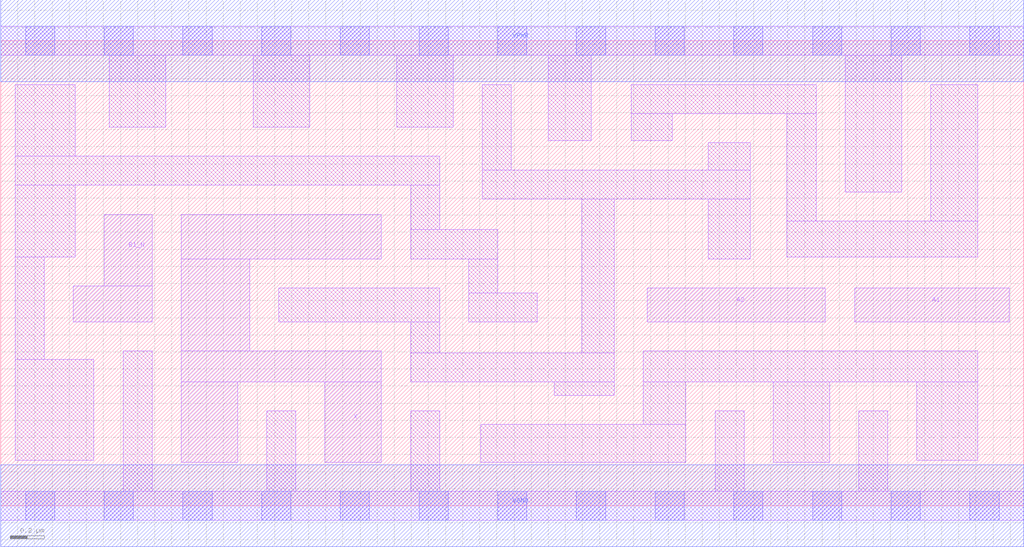
<source format=lef>
# Copyright 2020 The SkyWater PDK Authors
#
# Licensed under the Apache License, Version 2.0 (the "License");
# you may not use this file except in compliance with the License.
# You may obtain a copy of the License at
#
#     https://www.apache.org/licenses/LICENSE-2.0
#
# Unless required by applicable law or agreed to in writing, software
# distributed under the License is distributed on an "AS IS" BASIS,
# WITHOUT WARRANTIES OR CONDITIONS OF ANY KIND, either express or implied.
# See the License for the specific language governing permissions and
# limitations under the License.
#
# SPDX-License-Identifier: Apache-2.0

VERSION 5.7 ;
  NAMESCASESENSITIVE ON ;
  NOWIREEXTENSIONATPIN ON ;
  DIVIDERCHAR "/" ;
  BUSBITCHARS "[]" ;
UNITS
  DATABASE MICRONS 200 ;
END UNITS
MACRO sky130_fd_sc_hd__o21ba_4
  CLASS CORE ;
  SOURCE USER ;
  FOREIGN sky130_fd_sc_hd__o21ba_4 ;
  ORIGIN  0.000000  0.000000 ;
  SIZE  5.980000 BY  2.720000 ;
  SYMMETRY X Y R90 ;
  SITE unithd ;
  PIN A1
    ANTENNAGATEAREA  0.495000 ;
    DIRECTION INPUT ;
    USE SIGNAL ;
    PORT
      LAYER li1 ;
        RECT 4.990000 1.075000 5.895000 1.275000 ;
    END
  END A1
  PIN A2
    ANTENNAGATEAREA  0.495000 ;
    DIRECTION INPUT ;
    USE SIGNAL ;
    PORT
      LAYER li1 ;
        RECT 3.780000 1.075000 4.820000 1.275000 ;
    END
  END A2
  PIN B1_N
    ANTENNAGATEAREA  0.247500 ;
    DIRECTION INPUT ;
    USE SIGNAL ;
    PORT
      LAYER li1 ;
        RECT 0.425000 1.075000 0.885000 1.285000 ;
        RECT 0.605000 1.285000 0.885000 1.705000 ;
    END
  END B1_N
  PIN X
    ANTENNADIFFAREA  0.891000 ;
    DIRECTION OUTPUT ;
    USE SIGNAL ;
    PORT
      LAYER li1 ;
        RECT 1.055000 0.255000 1.385000 0.725000 ;
        RECT 1.055000 0.725000 2.225000 0.905000 ;
        RECT 1.055000 0.905000 1.455000 1.445000 ;
        RECT 1.055000 1.445000 2.225000 1.705000 ;
        RECT 1.895000 0.255000 2.225000 0.725000 ;
    END
  END X
  PIN VGND
    DIRECTION INOUT ;
    SHAPE ABUTMENT ;
    USE GROUND ;
    PORT
      LAYER met1 ;
        RECT 0.000000 -0.240000 5.980000 0.240000 ;
    END
  END VGND
  PIN VPWR
    DIRECTION INOUT ;
    SHAPE ABUTMENT ;
    USE POWER ;
    PORT
      LAYER met1 ;
        RECT 0.000000 2.480000 5.980000 2.960000 ;
    END
  END VPWR
  OBS
    LAYER li1 ;
      RECT 0.000000 -0.085000 5.980000 0.085000 ;
      RECT 0.000000  2.635000 5.980000 2.805000 ;
      RECT 0.085000  0.265000 0.545000 0.855000 ;
      RECT 0.085000  0.855000 0.255000 1.455000 ;
      RECT 0.085000  1.455000 0.435000 1.875000 ;
      RECT 0.085000  1.875000 2.565000 2.045000 ;
      RECT 0.085000  2.045000 0.435000 2.465000 ;
      RECT 0.635000  2.215000 0.965000 2.635000 ;
      RECT 0.715000  0.085000 0.885000 0.905000 ;
      RECT 1.475000  2.215000 1.805000 2.635000 ;
      RECT 1.555000  0.085000 1.725000 0.555000 ;
      RECT 1.625000  1.075000 2.565000 1.275000 ;
      RECT 2.315000  2.215000 2.645000 2.635000 ;
      RECT 2.395000  0.085000 2.565000 0.555000 ;
      RECT 2.395000  0.725000 3.585000 0.895000 ;
      RECT 2.395000  0.895000 2.565000 1.075000 ;
      RECT 2.395000  1.445000 2.905000 1.615000 ;
      RECT 2.395000  1.615000 2.565000 1.875000 ;
      RECT 2.735000  1.075000 3.135000 1.245000 ;
      RECT 2.735000  1.245000 2.905000 1.445000 ;
      RECT 2.805000  0.255000 4.005000 0.475000 ;
      RECT 2.815000  1.795000 4.380000 1.965000 ;
      RECT 2.815000  1.965000 2.985000 2.465000 ;
      RECT 3.200000  2.135000 3.450000 2.635000 ;
      RECT 3.235000  0.645000 3.585000 0.725000 ;
      RECT 3.395000  0.895000 3.585000 1.795000 ;
      RECT 3.685000  2.135000 3.925000 2.295000 ;
      RECT 3.685000  2.295000 4.765000 2.465000 ;
      RECT 3.755000  0.475000 4.005000 0.725000 ;
      RECT 3.755000  0.725000 5.710000 0.905000 ;
      RECT 4.135000  1.445000 4.380000 1.795000 ;
      RECT 4.135000  1.965000 4.380000 2.125000 ;
      RECT 4.175000  0.085000 4.345000 0.555000 ;
      RECT 4.515000  0.255000 4.845000 0.725000 ;
      RECT 4.595000  1.455000 5.710000 1.665000 ;
      RECT 4.595000  1.665000 4.765000 2.295000 ;
      RECT 4.935000  1.835000 5.265000 2.635000 ;
      RECT 5.015000  0.085000 5.185000 0.555000 ;
      RECT 5.355000  0.265000 5.710000 0.725000 ;
      RECT 5.435000  1.665000 5.710000 2.465000 ;
    LAYER mcon ;
      RECT 0.145000 -0.085000 0.315000 0.085000 ;
      RECT 0.145000  2.635000 0.315000 2.805000 ;
      RECT 0.605000 -0.085000 0.775000 0.085000 ;
      RECT 0.605000  2.635000 0.775000 2.805000 ;
      RECT 1.065000 -0.085000 1.235000 0.085000 ;
      RECT 1.065000  2.635000 1.235000 2.805000 ;
      RECT 1.525000 -0.085000 1.695000 0.085000 ;
      RECT 1.525000  2.635000 1.695000 2.805000 ;
      RECT 1.985000 -0.085000 2.155000 0.085000 ;
      RECT 1.985000  2.635000 2.155000 2.805000 ;
      RECT 2.445000 -0.085000 2.615000 0.085000 ;
      RECT 2.445000  2.635000 2.615000 2.805000 ;
      RECT 2.905000 -0.085000 3.075000 0.085000 ;
      RECT 2.905000  2.635000 3.075000 2.805000 ;
      RECT 3.365000 -0.085000 3.535000 0.085000 ;
      RECT 3.365000  2.635000 3.535000 2.805000 ;
      RECT 3.825000 -0.085000 3.995000 0.085000 ;
      RECT 3.825000  2.635000 3.995000 2.805000 ;
      RECT 4.285000 -0.085000 4.455000 0.085000 ;
      RECT 4.285000  2.635000 4.455000 2.805000 ;
      RECT 4.745000 -0.085000 4.915000 0.085000 ;
      RECT 4.745000  2.635000 4.915000 2.805000 ;
      RECT 5.205000 -0.085000 5.375000 0.085000 ;
      RECT 5.205000  2.635000 5.375000 2.805000 ;
      RECT 5.665000 -0.085000 5.835000 0.085000 ;
      RECT 5.665000  2.635000 5.835000 2.805000 ;
  END
END sky130_fd_sc_hd__o21ba_4

</source>
